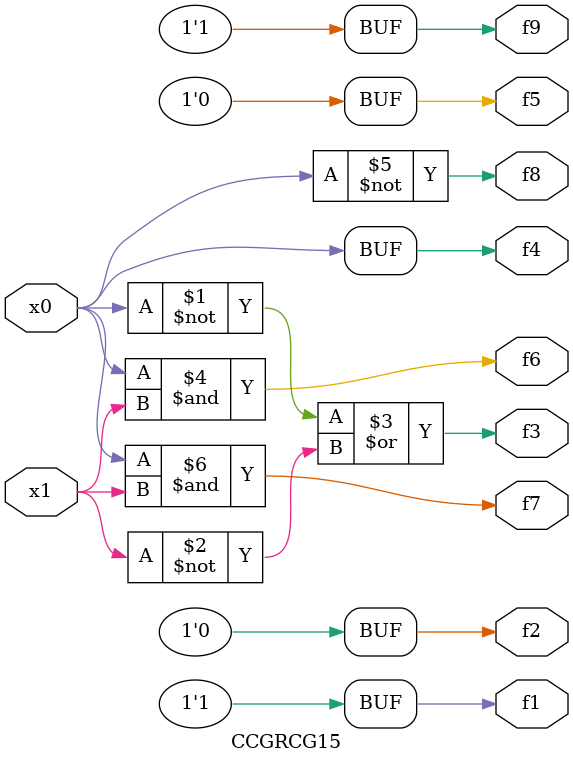
<source format=v>

module CCGRCG15 ( 
    x0, x1,
    f1, f2, f3, f4, f5, f6, f7, f8, f9  );
  input  x0, x1;
  output f1, f2, f3, f4, f5, f6, f7, f8, f9;
  assign f3 = ~x0 | ~x1;
  assign f6 = x0 & x1;
  assign f8 = ~x0;
  assign f1 = 1'b1;
  assign f2 = 1'b0;
  assign f5 = 1'b0;
  assign f9 = 1'b1;
  assign f4 = x0;
  assign f7 = x0 & x1;
endmodule



</source>
